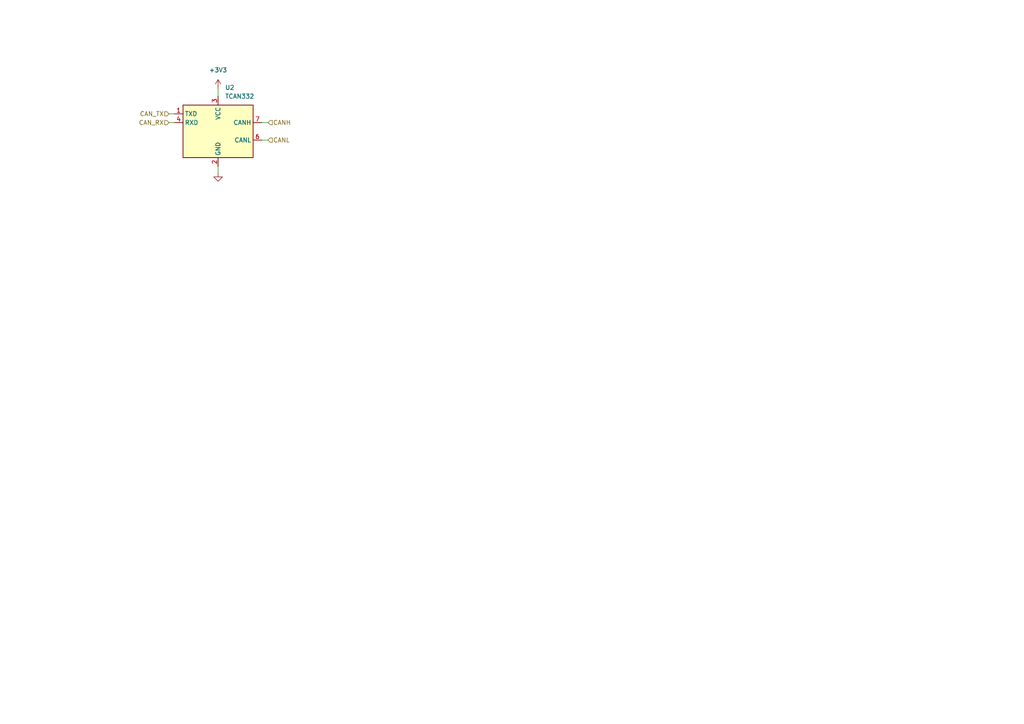
<source format=kicad_sch>
(kicad_sch (version 20211123) (generator eeschema)

  (uuid ffb457ab-cdad-497c-a14d-f02520731c01)

  (paper "A4")

  (lib_symbols
    (symbol "Interface_CAN_LIN:TCAN332" (in_bom yes) (on_board yes)
      (property "Reference" "U" (id 0) (at -10.16 8.89 0)
        (effects (font (size 1.27 1.27)) (justify left))
      )
      (property "Value" "TCAN332" (id 1) (at 2.54 8.89 0)
        (effects (font (size 1.27 1.27)) (justify left))
      )
      (property "Footprint" "" (id 2) (at 0 -12.7 0)
        (effects (font (size 1.27 1.27) italic) hide)
      )
      (property "Datasheet" "http://www.ti.com/lit/ds/symlink/tcan337.pdf" (id 3) (at 0 0 0)
        (effects (font (size 1.27 1.27)) hide)
      )
      (property "ki_keywords" "High-Speed CAN Transceiver" (id 4) (at 0 0 0)
        (effects (font (size 1.27 1.27)) hide)
      )
      (property "ki_description" "High-Speed CAN Transceiver, 1Mbps, 3.3V supply, SOT-23-8/SOIC-8" (id 5) (at 0 0 0)
        (effects (font (size 1.27 1.27)) hide)
      )
      (property "ki_fp_filters" "*TSOT?23* *SOIC*3.9x4.9mm*P1.27mm*" (id 6) (at 0 0 0)
        (effects (font (size 1.27 1.27)) hide)
      )
      (symbol "TCAN332_0_1"
        (rectangle (start -10.16 7.62) (end 10.16 -7.62)
          (stroke (width 0.254) (type default) (color 0 0 0 0))
          (fill (type background))
        )
      )
      (symbol "TCAN332_1_1"
        (pin input line (at -12.7 5.08 0) (length 2.54)
          (name "TXD" (effects (font (size 1.27 1.27))))
          (number "1" (effects (font (size 1.27 1.27))))
        )
        (pin power_in line (at 0 -10.16 90) (length 2.54)
          (name "GND" (effects (font (size 1.27 1.27))))
          (number "2" (effects (font (size 1.27 1.27))))
        )
        (pin power_in line (at 0 10.16 270) (length 2.54)
          (name "VCC" (effects (font (size 1.27 1.27))))
          (number "3" (effects (font (size 1.27 1.27))))
        )
        (pin tri_state line (at -12.7 2.54 0) (length 2.54)
          (name "RXD" (effects (font (size 1.27 1.27))))
          (number "4" (effects (font (size 1.27 1.27))))
        )
        (pin no_connect line (at -10.16 -2.54 0) (length 2.54) hide
          (name "NC" (effects (font (size 1.27 1.27))))
          (number "5" (effects (font (size 1.27 1.27))))
        )
        (pin bidirectional line (at 12.7 -2.54 180) (length 2.54)
          (name "CANL" (effects (font (size 1.27 1.27))))
          (number "6" (effects (font (size 1.27 1.27))))
        )
        (pin bidirectional line (at 12.7 2.54 180) (length 2.54)
          (name "CANH" (effects (font (size 1.27 1.27))))
          (number "7" (effects (font (size 1.27 1.27))))
        )
        (pin no_connect line (at -10.16 -5.08 0) (length 2.54) hide
          (name "NC" (effects (font (size 1.27 1.27))))
          (number "8" (effects (font (size 1.27 1.27))))
        )
      )
    )
    (symbol "power:+3V3" (power) (pin_names (offset 0)) (in_bom yes) (on_board yes)
      (property "Reference" "#PWR" (id 0) (at 0 -3.81 0)
        (effects (font (size 1.27 1.27)) hide)
      )
      (property "Value" "+3V3" (id 1) (at 0 3.556 0)
        (effects (font (size 1.27 1.27)))
      )
      (property "Footprint" "" (id 2) (at 0 0 0)
        (effects (font (size 1.27 1.27)) hide)
      )
      (property "Datasheet" "" (id 3) (at 0 0 0)
        (effects (font (size 1.27 1.27)) hide)
      )
      (property "ki_keywords" "power-flag" (id 4) (at 0 0 0)
        (effects (font (size 1.27 1.27)) hide)
      )
      (property "ki_description" "Power symbol creates a global label with name \"+3V3\"" (id 5) (at 0 0 0)
        (effects (font (size 1.27 1.27)) hide)
      )
      (symbol "+3V3_0_1"
        (polyline
          (pts
            (xy -0.762 1.27)
            (xy 0 2.54)
          )
          (stroke (width 0) (type default) (color 0 0 0 0))
          (fill (type none))
        )
        (polyline
          (pts
            (xy 0 0)
            (xy 0 2.54)
          )
          (stroke (width 0) (type default) (color 0 0 0 0))
          (fill (type none))
        )
        (polyline
          (pts
            (xy 0 2.54)
            (xy 0.762 1.27)
          )
          (stroke (width 0) (type default) (color 0 0 0 0))
          (fill (type none))
        )
      )
      (symbol "+3V3_1_1"
        (pin power_in line (at 0 0 90) (length 0) hide
          (name "+3V3" (effects (font (size 1.27 1.27))))
          (number "1" (effects (font (size 1.27 1.27))))
        )
      )
    )
    (symbol "power:GND" (power) (pin_names (offset 0)) (in_bom yes) (on_board yes)
      (property "Reference" "#PWR" (id 0) (at 0 -6.35 0)
        (effects (font (size 1.27 1.27)) hide)
      )
      (property "Value" "GND" (id 1) (at 0 -3.81 0)
        (effects (font (size 1.27 1.27)))
      )
      (property "Footprint" "" (id 2) (at 0 0 0)
        (effects (font (size 1.27 1.27)) hide)
      )
      (property "Datasheet" "" (id 3) (at 0 0 0)
        (effects (font (size 1.27 1.27)) hide)
      )
      (property "ki_keywords" "power-flag" (id 4) (at 0 0 0)
        (effects (font (size 1.27 1.27)) hide)
      )
      (property "ki_description" "Power symbol creates a global label with name \"GND\" , ground" (id 5) (at 0 0 0)
        (effects (font (size 1.27 1.27)) hide)
      )
      (symbol "GND_0_1"
        (polyline
          (pts
            (xy 0 0)
            (xy 0 -1.27)
            (xy 1.27 -1.27)
            (xy 0 -2.54)
            (xy -1.27 -1.27)
            (xy 0 -1.27)
          )
          (stroke (width 0) (type default) (color 0 0 0 0))
          (fill (type none))
        )
      )
      (symbol "GND_1_1"
        (pin power_in line (at 0 0 270) (length 0) hide
          (name "GND" (effects (font (size 1.27 1.27))))
          (number "1" (effects (font (size 1.27 1.27))))
        )
      )
    )
  )


  (wire (pts (xy 75.946 35.56) (xy 77.724 35.56))
    (stroke (width 0) (type default) (color 0 0 0 0))
    (uuid 19be3703-88f8-4a2f-a520-aece9904691b)
  )
  (wire (pts (xy 63.246 25.654) (xy 63.246 27.94))
    (stroke (width 0) (type default) (color 0 0 0 0))
    (uuid 241c02c3-80d8-44df-9a14-970ba2cad039)
  )
  (wire (pts (xy 49.022 33.02) (xy 50.546 33.02))
    (stroke (width 0) (type default) (color 0 0 0 0))
    (uuid 34f40461-47b7-4c5e-8ea6-9af3ef4241ac)
  )
  (wire (pts (xy 75.946 40.64) (xy 77.724 40.64))
    (stroke (width 0) (type default) (color 0 0 0 0))
    (uuid 5d95d1a8-d886-4e4e-90ef-919b76b54afc)
  )
  (wire (pts (xy 63.246 48.26) (xy 63.246 50.038))
    (stroke (width 0) (type default) (color 0 0 0 0))
    (uuid acaddda3-af4f-4f1e-8154-bdf76769f8c2)
  )
  (wire (pts (xy 49.022 35.56) (xy 50.546 35.56))
    (stroke (width 0) (type default) (color 0 0 0 0))
    (uuid dc2df5f4-cdf1-4eb7-84b1-3b610d5ce3c5)
  )

  (hierarchical_label "CANH" (shape input) (at 77.724 35.56 0)
    (effects (font (size 1.27 1.27)) (justify left))
    (uuid 86bf6dba-d963-4713-a659-60e03d3fb1ee)
  )
  (hierarchical_label "CAN_TX" (shape input) (at 49.022 33.02 180)
    (effects (font (size 1.27 1.27)) (justify right))
    (uuid c2da627d-38b3-41b8-a3b0-7adc0ec447ea)
  )
  (hierarchical_label "CANL" (shape input) (at 77.724 40.64 0)
    (effects (font (size 1.27 1.27)) (justify left))
    (uuid c3859623-c282-4466-9347-7832752dd8cf)
  )
  (hierarchical_label "CAN_RX" (shape input) (at 49.022 35.56 180)
    (effects (font (size 1.27 1.27)) (justify right))
    (uuid c49d81e8-58af-4173-8596-5aa16eb4319a)
  )

  (symbol (lib_id "power:+3V3") (at 63.246 25.654 0) (unit 1)
    (in_bom yes) (on_board yes) (fields_autoplaced)
    (uuid 0aa574d9-f1e7-4fdc-ac14-f23fe622e591)
    (property "Reference" "#PWR0117" (id 0) (at 63.246 29.464 0)
      (effects (font (size 1.27 1.27)) hide)
    )
    (property "Value" "+3V3" (id 1) (at 63.246 20.32 0))
    (property "Footprint" "" (id 2) (at 63.246 25.654 0)
      (effects (font (size 1.27 1.27)) hide)
    )
    (property "Datasheet" "" (id 3) (at 63.246 25.654 0)
      (effects (font (size 1.27 1.27)) hide)
    )
    (pin "1" (uuid 28282462-c608-4c90-9d42-a360090dfbfd))
  )

  (symbol (lib_id "Interface_CAN_LIN:TCAN332") (at 63.246 38.1 0) (unit 1)
    (in_bom yes) (on_board yes) (fields_autoplaced)
    (uuid 2a0e9909-203a-4405-8f21-fcf1703ca69d)
    (property "Reference" "U2" (id 0) (at 65.2654 25.4 0)
      (effects (font (size 1.27 1.27)) (justify left))
    )
    (property "Value" "TCAN332" (id 1) (at 65.2654 27.94 0)
      (effects (font (size 1.27 1.27)) (justify left))
    )
    (property "Footprint" "Package_SO:SOP-8_3.9x4.9mm_P1.27mm" (id 2) (at 63.246 50.8 0)
      (effects (font (size 1.27 1.27) italic) hide)
    )
    (property "Datasheet" "http://www.ti.com/lit/ds/symlink/tcan337.pdf" (id 3) (at 63.246 38.1 0)
      (effects (font (size 1.27 1.27)) hide)
    )
    (pin "1" (uuid 8e6036db-8af7-40b9-86e3-a299e29a3bc6))
    (pin "2" (uuid 018949a6-4611-4724-aafa-6a469a294599))
    (pin "3" (uuid f1e6e646-e797-47d1-9306-14fa92b51853))
    (pin "4" (uuid 2303238c-3c75-460d-8523-46cc231608fb))
    (pin "5" (uuid d693c7d3-c871-4eed-9d11-7e321bbfb53a))
    (pin "6" (uuid b1bb5134-4fd6-472c-ab0b-363553d841f0))
    (pin "7" (uuid a07bdcfa-aead-42b4-a380-f84183f067b1))
    (pin "8" (uuid ac383ee5-2d6d-48ca-ba13-869961d86137))
  )

  (symbol (lib_id "power:GND") (at 63.246 50.038 0) (unit 1)
    (in_bom yes) (on_board yes) (fields_autoplaced)
    (uuid 55ebe54d-7056-40b9-934f-8d4b304704ad)
    (property "Reference" "#PWR0116" (id 0) (at 63.246 56.388 0)
      (effects (font (size 1.27 1.27)) hide)
    )
    (property "Value" "GND" (id 1) (at 63.246 54.61 0)
      (effects (font (size 1.27 1.27)) hide)
    )
    (property "Footprint" "" (id 2) (at 63.246 50.038 0)
      (effects (font (size 1.27 1.27)) hide)
    )
    (property "Datasheet" "" (id 3) (at 63.246 50.038 0)
      (effects (font (size 1.27 1.27)) hide)
    )
    (pin "1" (uuid 75b3f7cc-659a-4e83-9709-4f23efaa090f))
  )
)

</source>
